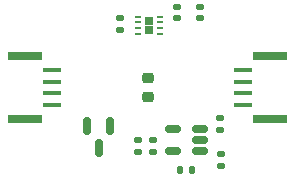
<source format=gbr>
%TF.GenerationSoftware,KiCad,Pcbnew,7.0.2-6a45011f42~172~ubuntu22.04.1*%
%TF.CreationDate,2023-09-15T13:09:00-07:00*%
%TF.ProjectId,i_control_led,695f636f-6e74-4726-9f6c-5f6c65642e6b,rev?*%
%TF.SameCoordinates,Original*%
%TF.FileFunction,Paste,Top*%
%TF.FilePolarity,Positive*%
%FSLAX46Y46*%
G04 Gerber Fmt 4.6, Leading zero omitted, Abs format (unit mm)*
G04 Created by KiCad (PCBNEW 7.0.2-6a45011f42~172~ubuntu22.04.1) date 2023-09-15 13:09:00*
%MOMM*%
%LPD*%
G01*
G04 APERTURE LIST*
G04 Aperture macros list*
%AMRoundRect*
0 Rectangle with rounded corners*
0 $1 Rounding radius*
0 $2 $3 $4 $5 $6 $7 $8 $9 X,Y pos of 4 corners*
0 Add a 4 corners polygon primitive as box body*
4,1,4,$2,$3,$4,$5,$6,$7,$8,$9,$2,$3,0*
0 Add four circle primitives for the rounded corners*
1,1,$1+$1,$2,$3*
1,1,$1+$1,$4,$5*
1,1,$1+$1,$6,$7*
1,1,$1+$1,$8,$9*
0 Add four rect primitives between the rounded corners*
20,1,$1+$1,$2,$3,$4,$5,0*
20,1,$1+$1,$4,$5,$6,$7,0*
20,1,$1+$1,$6,$7,$8,$9,0*
20,1,$1+$1,$8,$9,$2,$3,0*%
G04 Aperture macros list end*
%ADD10RoundRect,0.218750X-0.256250X0.218750X-0.256250X-0.218750X0.256250X-0.218750X0.256250X0.218750X0*%
%ADD11R,3.000000X0.800000*%
%ADD12R,1.600000X0.400000*%
%ADD13RoundRect,0.135000X-0.185000X0.135000X-0.185000X-0.135000X0.185000X-0.135000X0.185000X0.135000X0*%
%ADD14RoundRect,0.150000X0.512500X0.150000X-0.512500X0.150000X-0.512500X-0.150000X0.512500X-0.150000X0*%
%ADD15RoundRect,0.140000X0.170000X-0.140000X0.170000X0.140000X-0.170000X0.140000X-0.170000X-0.140000X0*%
%ADD16R,0.750000X0.650000*%
%ADD17R,0.500000X0.250000*%
%ADD18RoundRect,0.135000X0.185000X-0.135000X0.185000X0.135000X-0.185000X0.135000X-0.185000X-0.135000X0*%
%ADD19RoundRect,0.135000X-0.135000X-0.185000X0.135000X-0.185000X0.135000X0.185000X-0.135000X0.185000X0*%
%ADD20RoundRect,0.140000X-0.170000X0.140000X-0.170000X-0.140000X0.170000X-0.140000X0.170000X0.140000X0*%
%ADD21RoundRect,0.150000X-0.150000X0.587500X-0.150000X-0.587500X0.150000X-0.587500X0.150000X0.587500X0*%
G04 APERTURE END LIST*
D10*
%TO.C,D1*%
X62700000Y-59212500D03*
X62700000Y-60787500D03*
%TD*%
D11*
%TO.C,J1*%
X52300000Y-62650000D03*
X52300000Y-57350000D03*
D12*
X54625000Y-58500000D03*
X54625000Y-59500000D03*
X54625000Y-60500000D03*
X54625000Y-61500000D03*
%TD*%
D11*
%TO.C,J2*%
X73100000Y-57350000D03*
X73100000Y-62650000D03*
D12*
X70775000Y-61500000D03*
X70775000Y-60500000D03*
X70775000Y-59500000D03*
X70775000Y-58500000D03*
%TD*%
D13*
%TO.C,R1*%
X68870000Y-62540000D03*
X68870000Y-63560000D03*
%TD*%
D14*
%TO.C,U2*%
X67100000Y-65375000D03*
X67100000Y-64425000D03*
X67100000Y-63475000D03*
X64825000Y-63475000D03*
X64825000Y-65375000D03*
%TD*%
D15*
%TO.C,C4*%
X63150000Y-65430000D03*
X63150000Y-64470000D03*
%TD*%
D16*
%TO.C,U1*%
X62825000Y-54340000D03*
X62825000Y-55140000D03*
D17*
X61875000Y-53990000D03*
X61875000Y-54490000D03*
X61875000Y-54990000D03*
X61875000Y-55490000D03*
X63775000Y-55490000D03*
X63775000Y-54990000D03*
X63775000Y-54490000D03*
X63775000Y-53990000D03*
%TD*%
D15*
%TO.C,C3*%
X67140000Y-54130000D03*
X67140000Y-53170000D03*
%TD*%
D18*
%TO.C,R3*%
X68880000Y-66630000D03*
X68880000Y-65610000D03*
%TD*%
D19*
%TO.C,R2*%
X65455000Y-66975000D03*
X66475000Y-66975000D03*
%TD*%
D20*
%TO.C,C1*%
X65200000Y-53185000D03*
X65200000Y-54145000D03*
%TD*%
D15*
%TO.C,C5*%
X61925000Y-65435000D03*
X61925000Y-64475000D03*
%TD*%
D21*
%TO.C,Q1*%
X59500000Y-63225000D03*
X57600000Y-63225000D03*
X58550000Y-65100000D03*
%TD*%
D15*
%TO.C,C2*%
X60330000Y-55110000D03*
X60330000Y-54150000D03*
%TD*%
M02*

</source>
